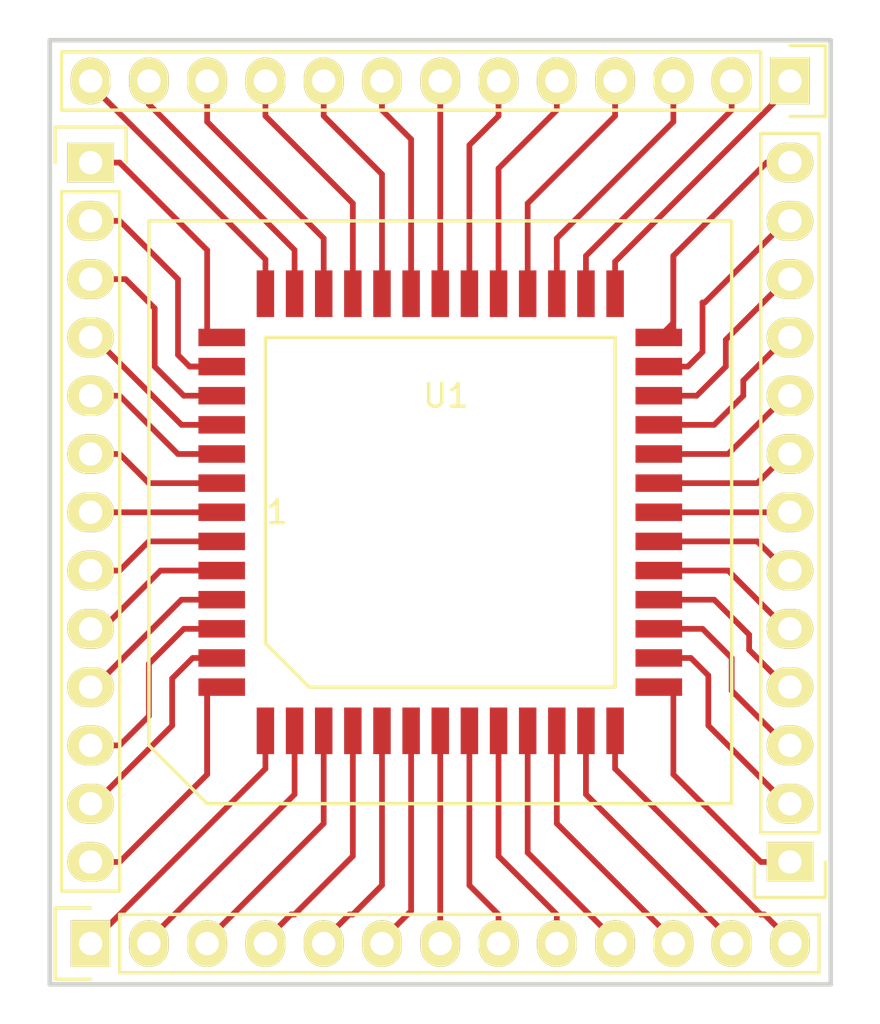
<source format=kicad_pcb>
(kicad_pcb (version 20171130) (host pcbnew 5.0-dev-unknown-dd04bcb~61~ubuntu16.04.1)

  (general
    (thickness 1.6)
    (drawings 4)
    (tracks 193)
    (zones 0)
    (modules 5)
    (nets 53)
  )

  (page A4)
  (layers
    (0 F.Cu signal)
    (31 B.Cu signal)
    (32 B.Adhes user)
    (33 F.Adhes user)
    (34 B.Paste user)
    (35 F.Paste user)
    (36 B.SilkS user)
    (37 F.SilkS user)
    (38 B.Mask user)
    (39 F.Mask user)
    (40 Dwgs.User user)
    (41 Cmts.User user)
    (42 Eco1.User user)
    (43 Eco2.User user)
    (44 Edge.Cuts user)
    (45 Margin user)
    (46 B.CrtYd user)
    (47 F.CrtYd user)
    (48 B.Fab user)
    (49 F.Fab user)
  )

  (setup
    (last_trace_width 0.25)
    (trace_clearance 0.2)
    (zone_clearance 0.508)
    (zone_45_only no)
    (trace_min 0.2)
    (segment_width 0.2)
    (edge_width 0.15)
    (via_size 0.8)
    (via_drill 0.4)
    (via_min_size 0.4)
    (via_min_drill 0.3)
    (uvia_size 0.3)
    (uvia_drill 0.1)
    (uvias_allowed no)
    (uvia_min_size 0.2)
    (uvia_min_drill 0.1)
    (pcb_text_width 0.3)
    (pcb_text_size 1.5 1.5)
    (mod_edge_width 0.15)
    (mod_text_size 1 1)
    (mod_text_width 0.15)
    (pad_size 1.524 1.524)
    (pad_drill 0.762)
    (pad_to_mask_clearance 0.2)
    (aux_axis_origin 0 0)
    (visible_elements FFFFFF7F)
    (pcbplotparams
      (layerselection 0x010fc_ffffffff)
      (usegerberextensions false)
      (usegerberattributes false)
      (usegerberadvancedattributes false)
      (creategerberjobfile false)
      (excludeedgelayer true)
      (linewidth 0.050000)
      (plotframeref false)
      (viasonmask false)
      (mode 1)
      (useauxorigin false)
      (hpglpennumber 1)
      (hpglpenspeed 20)
      (hpglpendiameter 15)
      (psnegative false)
      (psa4output false)
      (plotreference true)
      (plotvalue true)
      (plotinvisibletext false)
      (padsonsilk false)
      (subtractmaskfromsilk false)
      (outputformat 1)
      (mirror false)
      (drillshape 0)
      (scaleselection 1)
      (outputdirectory /home/nail/tmp/plot/))
  )

  (net 0 "")
  (net 1 /1)
  (net 2 /2)
  (net 3 /3)
  (net 4 /4)
  (net 5 /5)
  (net 6 /6)
  (net 7 /7)
  (net 8 /8)
  (net 9 /9)
  (net 10 /10)
  (net 11 /11)
  (net 12 /12)
  (net 13 /13)
  (net 14 /14)
  (net 15 /15)
  (net 16 /16)
  (net 17 /17)
  (net 18 /18)
  (net 19 /19)
  (net 20 /20)
  (net 21 /21)
  (net 22 /22)
  (net 23 /23)
  (net 24 /24)
  (net 25 /25)
  (net 26 /26)
  (net 27 /27)
  (net 28 /28)
  (net 29 /29)
  (net 30 /30)
  (net 31 /31)
  (net 32 /32)
  (net 33 /33)
  (net 34 /34)
  (net 35 /35)
  (net 36 /36)
  (net 37 /37)
  (net 38 /38)
  (net 39 /39)
  (net 40 /40)
  (net 41 /41)
  (net 42 /42)
  (net 43 /43)
  (net 44 /44)
  (net 45 /45)
  (net 46 /46)
  (net 47 /47)
  (net 48 /48)
  (net 49 /49)
  (net 50 /50)
  (net 51 /51)
  (net 52 /52)

  (net_class Default "This is the default net class."
    (clearance 0.2)
    (trace_width 0.25)
    (via_dia 0.8)
    (via_drill 0.4)
    (uvia_dia 0.3)
    (uvia_drill 0.1)
    (add_net /1)
    (add_net /10)
    (add_net /11)
    (add_net /12)
    (add_net /13)
    (add_net /14)
    (add_net /15)
    (add_net /16)
    (add_net /17)
    (add_net /18)
    (add_net /19)
    (add_net /2)
    (add_net /20)
    (add_net /21)
    (add_net /22)
    (add_net /23)
    (add_net /24)
    (add_net /25)
    (add_net /26)
    (add_net /27)
    (add_net /28)
    (add_net /29)
    (add_net /3)
    (add_net /30)
    (add_net /31)
    (add_net /32)
    (add_net /33)
    (add_net /34)
    (add_net /35)
    (add_net /36)
    (add_net /37)
    (add_net /38)
    (add_net /39)
    (add_net /4)
    (add_net /40)
    (add_net /41)
    (add_net /42)
    (add_net /43)
    (add_net /44)
    (add_net /45)
    (add_net /46)
    (add_net /47)
    (add_net /48)
    (add_net /49)
    (add_net /5)
    (add_net /50)
    (add_net /51)
    (add_net /52)
    (add_net /6)
    (add_net /7)
    (add_net /8)
    (add_net /9)
  )

  (module Pin_Headers.pretty:Pin_Header_Straight_1x13 (layer F.Cu) (tedit 5A8EC219) (tstamp 5A904C90)
    (at 93.98 91.44)
    (descr "Through hole pin header")
    (tags "pin header")
    (path /5A9AB5EF)
    (fp_text reference CON1 (at 0 -5.1) (layer F.SilkS) hide
      (effects (font (size 1 1) (thickness 0.15)))
    )
    (fp_text value CONN_13 (at 0 -3.1) (layer F.Fab)
      (effects (font (size 1 1) (thickness 0.15)))
    )
    (fp_line (start -1.75 -1.75) (end -1.75 32.25) (layer F.CrtYd) (width 0.05))
    (fp_line (start 1.75 -1.75) (end 1.75 32.25) (layer F.CrtYd) (width 0.05))
    (fp_line (start -1.75 -1.75) (end 1.75 -1.75) (layer F.CrtYd) (width 0.05))
    (fp_line (start -1.75 32.25) (end 1.75 32.25) (layer F.CrtYd) (width 0.05))
    (fp_line (start -1.27 1.27) (end -1.27 31.75) (layer F.SilkS) (width 0.15))
    (fp_line (start -1.27 31.75) (end 1.27 31.75) (layer F.SilkS) (width 0.15))
    (fp_line (start 1.27 31.75) (end 1.27 1.27) (layer F.SilkS) (width 0.15))
    (fp_line (start 1.55 -1.55) (end 1.55 0) (layer F.SilkS) (width 0.15))
    (fp_line (start 1.27 1.27) (end -1.27 1.27) (layer F.SilkS) (width 0.15))
    (fp_line (start -1.55 0) (end -1.55 -1.55) (layer F.SilkS) (width 0.15))
    (fp_line (start -1.55 -1.55) (end 1.55 -1.55) (layer F.SilkS) (width 0.15))
    (pad 1 thru_hole rect (at 0 0) (size 2.032 1.7272) (drill 1.016) (layers *.Cu *.Mask F.SilkS)
      (net 47 /47))
    (pad 2 thru_hole oval (at 0 2.54) (size 2.032 1.7272) (drill 1.016) (layers *.Cu *.Mask F.SilkS)
      (net 48 /48))
    (pad 3 thru_hole oval (at 0 5.08) (size 2.032 1.7272) (drill 1.016) (layers *.Cu *.Mask F.SilkS)
      (net 49 /49))
    (pad 4 thru_hole oval (at 0 7.62) (size 2.032 1.7272) (drill 1.016) (layers *.Cu *.Mask F.SilkS)
      (net 50 /50))
    (pad 5 thru_hole oval (at 0 10.16) (size 2.032 1.7272) (drill 1.016) (layers *.Cu *.Mask F.SilkS)
      (net 51 /51))
    (pad 6 thru_hole oval (at 0 12.7) (size 2.032 1.7272) (drill 1.016) (layers *.Cu *.Mask F.SilkS)
      (net 52 /52))
    (pad 7 thru_hole oval (at 0 15.24) (size 2.032 1.7272) (drill 1.016) (layers *.Cu *.Mask F.SilkS)
      (net 1 /1))
    (pad 8 thru_hole oval (at 0 17.78) (size 2.032 1.7272) (drill 1.016) (layers *.Cu *.Mask F.SilkS)
      (net 2 /2))
    (pad 9 thru_hole oval (at 0 20.32) (size 2.032 1.7272) (drill 1.016) (layers *.Cu *.Mask F.SilkS)
      (net 3 /3))
    (pad 10 thru_hole oval (at 0 22.86) (size 2.032 1.7272) (drill 1.016) (layers *.Cu *.Mask F.SilkS)
      (net 4 /4))
    (pad 11 thru_hole oval (at 0 25.4) (size 2.032 1.7272) (drill 1.016) (layers *.Cu *.Mask F.SilkS)
      (net 5 /5))
    (pad 12 thru_hole oval (at 0 27.94) (size 2.032 1.7272) (drill 1.016) (layers *.Cu *.Mask F.SilkS)
      (net 6 /6))
    (pad 13 thru_hole oval (at 0 30.48) (size 2.032 1.7272) (drill 1.016) (layers *.Cu *.Mask F.SilkS)
      (net 7 /7))
    (model Pin_Headers.3dshapes/Pin_Header_Straight_1x13.wrl
      (offset (xyz 0 -15.23999977111816 0))
      (scale (xyz 1 1 1))
      (rotate (xyz 0 0 90))
    )
  )

  (module Pin_Headers.pretty:Pin_Header_Straight_1x13 (layer F.Cu) (tedit 5A8EC227) (tstamp 5A9048B8)
    (at 93.98 125.476 90)
    (descr "Through hole pin header")
    (tags "pin header")
    (path /5A9AB643)
    (fp_text reference CON2 (at 0 -5.1 90) (layer F.SilkS) hide
      (effects (font (size 1 1) (thickness 0.15)))
    )
    (fp_text value CONN_13 (at 0 -3.1 90) (layer F.Fab)
      (effects (font (size 1 1) (thickness 0.15)))
    )
    (fp_line (start -1.55 -1.55) (end 1.55 -1.55) (layer F.SilkS) (width 0.15))
    (fp_line (start -1.55 0) (end -1.55 -1.55) (layer F.SilkS) (width 0.15))
    (fp_line (start 1.27 1.27) (end -1.27 1.27) (layer F.SilkS) (width 0.15))
    (fp_line (start 1.55 -1.55) (end 1.55 0) (layer F.SilkS) (width 0.15))
    (fp_line (start 1.27 31.75) (end 1.27 1.27) (layer F.SilkS) (width 0.15))
    (fp_line (start -1.27 31.75) (end 1.27 31.75) (layer F.SilkS) (width 0.15))
    (fp_line (start -1.27 1.27) (end -1.27 31.75) (layer F.SilkS) (width 0.15))
    (fp_line (start -1.75 32.25) (end 1.75 32.25) (layer F.CrtYd) (width 0.05))
    (fp_line (start -1.75 -1.75) (end 1.75 -1.75) (layer F.CrtYd) (width 0.05))
    (fp_line (start 1.75 -1.75) (end 1.75 32.25) (layer F.CrtYd) (width 0.05))
    (fp_line (start -1.75 -1.75) (end -1.75 32.25) (layer F.CrtYd) (width 0.05))
    (pad 13 thru_hole oval (at 0 30.48 90) (size 2.032 1.7272) (drill 1.016) (layers *.Cu *.Mask F.SilkS)
      (net 20 /20))
    (pad 12 thru_hole oval (at 0 27.94 90) (size 2.032 1.7272) (drill 1.016) (layers *.Cu *.Mask F.SilkS)
      (net 19 /19))
    (pad 11 thru_hole oval (at 0 25.4 90) (size 2.032 1.7272) (drill 1.016) (layers *.Cu *.Mask F.SilkS)
      (net 18 /18))
    (pad 10 thru_hole oval (at 0 22.86 90) (size 2.032 1.7272) (drill 1.016) (layers *.Cu *.Mask F.SilkS)
      (net 17 /17))
    (pad 9 thru_hole oval (at 0 20.32 90) (size 2.032 1.7272) (drill 1.016) (layers *.Cu *.Mask F.SilkS)
      (net 16 /16))
    (pad 8 thru_hole oval (at 0 17.78 90) (size 2.032 1.7272) (drill 1.016) (layers *.Cu *.Mask F.SilkS)
      (net 15 /15))
    (pad 7 thru_hole oval (at 0 15.24 90) (size 2.032 1.7272) (drill 1.016) (layers *.Cu *.Mask F.SilkS)
      (net 14 /14))
    (pad 6 thru_hole oval (at 0 12.7 90) (size 2.032 1.7272) (drill 1.016) (layers *.Cu *.Mask F.SilkS)
      (net 13 /13))
    (pad 5 thru_hole oval (at 0 10.16 90) (size 2.032 1.7272) (drill 1.016) (layers *.Cu *.Mask F.SilkS)
      (net 12 /12))
    (pad 4 thru_hole oval (at 0 7.62 90) (size 2.032 1.7272) (drill 1.016) (layers *.Cu *.Mask F.SilkS)
      (net 11 /11))
    (pad 3 thru_hole oval (at 0 5.08 90) (size 2.032 1.7272) (drill 1.016) (layers *.Cu *.Mask F.SilkS)
      (net 10 /10))
    (pad 2 thru_hole oval (at 0 2.54 90) (size 2.032 1.7272) (drill 1.016) (layers *.Cu *.Mask F.SilkS)
      (net 9 /9))
    (pad 1 thru_hole rect (at 0 0 90) (size 2.032 1.7272) (drill 1.016) (layers *.Cu *.Mask F.SilkS)
      (net 8 /8))
    (model Pin_Headers.3dshapes/Pin_Header_Straight_1x13.wrl
      (offset (xyz 0 -15.23999977111816 0))
      (scale (xyz 1 1 1))
      (rotate (xyz 0 0 90))
    )
  )

  (module Pin_Headers.pretty:Pin_Header_Straight_1x13 (layer F.Cu) (tedit 5A8EC224) (tstamp 5A9048D4)
    (at 124.46 121.92 180)
    (descr "Through hole pin header")
    (tags "pin header")
    (path /5A9AB87C)
    (fp_text reference CON3 (at 0 -5.1 180) (layer F.SilkS) hide
      (effects (font (size 1 1) (thickness 0.15)))
    )
    (fp_text value CONN_13 (at 0 -3.1 180) (layer F.Fab)
      (effects (font (size 1 1) (thickness 0.15)))
    )
    (fp_line (start -1.75 -1.75) (end -1.75 32.25) (layer F.CrtYd) (width 0.05))
    (fp_line (start 1.75 -1.75) (end 1.75 32.25) (layer F.CrtYd) (width 0.05))
    (fp_line (start -1.75 -1.75) (end 1.75 -1.75) (layer F.CrtYd) (width 0.05))
    (fp_line (start -1.75 32.25) (end 1.75 32.25) (layer F.CrtYd) (width 0.05))
    (fp_line (start -1.27 1.27) (end -1.27 31.75) (layer F.SilkS) (width 0.15))
    (fp_line (start -1.27 31.75) (end 1.27 31.75) (layer F.SilkS) (width 0.15))
    (fp_line (start 1.27 31.75) (end 1.27 1.27) (layer F.SilkS) (width 0.15))
    (fp_line (start 1.55 -1.55) (end 1.55 0) (layer F.SilkS) (width 0.15))
    (fp_line (start 1.27 1.27) (end -1.27 1.27) (layer F.SilkS) (width 0.15))
    (fp_line (start -1.55 0) (end -1.55 -1.55) (layer F.SilkS) (width 0.15))
    (fp_line (start -1.55 -1.55) (end 1.55 -1.55) (layer F.SilkS) (width 0.15))
    (pad 1 thru_hole rect (at 0 0 180) (size 2.032 1.7272) (drill 1.016) (layers *.Cu *.Mask F.SilkS)
      (net 21 /21))
    (pad 2 thru_hole oval (at 0 2.54 180) (size 2.032 1.7272) (drill 1.016) (layers *.Cu *.Mask F.SilkS)
      (net 22 /22))
    (pad 3 thru_hole oval (at 0 5.08 180) (size 2.032 1.7272) (drill 1.016) (layers *.Cu *.Mask F.SilkS)
      (net 23 /23))
    (pad 4 thru_hole oval (at 0 7.62 180) (size 2.032 1.7272) (drill 1.016) (layers *.Cu *.Mask F.SilkS)
      (net 24 /24))
    (pad 5 thru_hole oval (at 0 10.16 180) (size 2.032 1.7272) (drill 1.016) (layers *.Cu *.Mask F.SilkS)
      (net 25 /25))
    (pad 6 thru_hole oval (at 0 12.7 180) (size 2.032 1.7272) (drill 1.016) (layers *.Cu *.Mask F.SilkS)
      (net 26 /26))
    (pad 7 thru_hole oval (at 0 15.24 180) (size 2.032 1.7272) (drill 1.016) (layers *.Cu *.Mask F.SilkS)
      (net 27 /27))
    (pad 8 thru_hole oval (at 0 17.78 180) (size 2.032 1.7272) (drill 1.016) (layers *.Cu *.Mask F.SilkS)
      (net 28 /28))
    (pad 9 thru_hole oval (at 0 20.32 180) (size 2.032 1.7272) (drill 1.016) (layers *.Cu *.Mask F.SilkS)
      (net 29 /29))
    (pad 10 thru_hole oval (at 0 22.86 180) (size 2.032 1.7272) (drill 1.016) (layers *.Cu *.Mask F.SilkS)
      (net 30 /30))
    (pad 11 thru_hole oval (at 0 25.4 180) (size 2.032 1.7272) (drill 1.016) (layers *.Cu *.Mask F.SilkS)
      (net 31 /31))
    (pad 12 thru_hole oval (at 0 27.94 180) (size 2.032 1.7272) (drill 1.016) (layers *.Cu *.Mask F.SilkS)
      (net 32 /32))
    (pad 13 thru_hole oval (at 0 30.48 180) (size 2.032 1.7272) (drill 1.016) (layers *.Cu *.Mask F.SilkS)
      (net 33 /33))
    (model Pin_Headers.3dshapes/Pin_Header_Straight_1x13.wrl
      (offset (xyz 0 -15.23999977111816 0))
      (scale (xyz 1 1 1))
      (rotate (xyz 0 0 90))
    )
  )

  (module Pin_Headers.pretty:Pin_Header_Straight_1x13 (layer F.Cu) (tedit 5A8EC220) (tstamp 5A9048F0)
    (at 124.46 87.884 270)
    (descr "Through hole pin header")
    (tags "pin header")
    (path /5A9AB883)
    (fp_text reference CON4 (at 0 -5.1 270) (layer F.SilkS) hide
      (effects (font (size 1 1) (thickness 0.15)))
    )
    (fp_text value CONN_13 (at 0 -3.1 270) (layer F.Fab)
      (effects (font (size 1 1) (thickness 0.15)))
    )
    (fp_line (start -1.55 -1.55) (end 1.55 -1.55) (layer F.SilkS) (width 0.15))
    (fp_line (start -1.55 0) (end -1.55 -1.55) (layer F.SilkS) (width 0.15))
    (fp_line (start 1.27 1.27) (end -1.27 1.27) (layer F.SilkS) (width 0.15))
    (fp_line (start 1.55 -1.55) (end 1.55 0) (layer F.SilkS) (width 0.15))
    (fp_line (start 1.27 31.75) (end 1.27 1.27) (layer F.SilkS) (width 0.15))
    (fp_line (start -1.27 31.75) (end 1.27 31.75) (layer F.SilkS) (width 0.15))
    (fp_line (start -1.27 1.27) (end -1.27 31.75) (layer F.SilkS) (width 0.15))
    (fp_line (start -1.75 32.25) (end 1.75 32.25) (layer F.CrtYd) (width 0.05))
    (fp_line (start -1.75 -1.75) (end 1.75 -1.75) (layer F.CrtYd) (width 0.05))
    (fp_line (start 1.75 -1.75) (end 1.75 32.25) (layer F.CrtYd) (width 0.05))
    (fp_line (start -1.75 -1.75) (end -1.75 32.25) (layer F.CrtYd) (width 0.05))
    (pad 13 thru_hole oval (at 0 30.48 270) (size 2.032 1.7272) (drill 1.016) (layers *.Cu *.Mask F.SilkS)
      (net 46 /46))
    (pad 12 thru_hole oval (at 0 27.94 270) (size 2.032 1.7272) (drill 1.016) (layers *.Cu *.Mask F.SilkS)
      (net 45 /45))
    (pad 11 thru_hole oval (at 0 25.4 270) (size 2.032 1.7272) (drill 1.016) (layers *.Cu *.Mask F.SilkS)
      (net 44 /44))
    (pad 10 thru_hole oval (at 0 22.86 270) (size 2.032 1.7272) (drill 1.016) (layers *.Cu *.Mask F.SilkS)
      (net 43 /43))
    (pad 9 thru_hole oval (at 0 20.32 270) (size 2.032 1.7272) (drill 1.016) (layers *.Cu *.Mask F.SilkS)
      (net 42 /42))
    (pad 8 thru_hole oval (at 0 17.78 270) (size 2.032 1.7272) (drill 1.016) (layers *.Cu *.Mask F.SilkS)
      (net 41 /41))
    (pad 7 thru_hole oval (at 0 15.24 270) (size 2.032 1.7272) (drill 1.016) (layers *.Cu *.Mask F.SilkS)
      (net 40 /40))
    (pad 6 thru_hole oval (at 0 12.7 270) (size 2.032 1.7272) (drill 1.016) (layers *.Cu *.Mask F.SilkS)
      (net 39 /39))
    (pad 5 thru_hole oval (at 0 10.16 270) (size 2.032 1.7272) (drill 1.016) (layers *.Cu *.Mask F.SilkS)
      (net 38 /38))
    (pad 4 thru_hole oval (at 0 7.62 270) (size 2.032 1.7272) (drill 1.016) (layers *.Cu *.Mask F.SilkS)
      (net 37 /37))
    (pad 3 thru_hole oval (at 0 5.08 270) (size 2.032 1.7272) (drill 1.016) (layers *.Cu *.Mask F.SilkS)
      (net 36 /36))
    (pad 2 thru_hole oval (at 0 2.54 270) (size 2.032 1.7272) (drill 1.016) (layers *.Cu *.Mask F.SilkS)
      (net 35 /35))
    (pad 1 thru_hole rect (at 0 0 270) (size 2.032 1.7272) (drill 1.016) (layers *.Cu *.Mask F.SilkS)
      (net 34 /34))
    (model Pin_Headers.3dshapes/Pin_Header_Straight_1x13.wrl
      (offset (xyz 0 -15.23999977111816 0))
      (scale (xyz 1 1 1))
      (rotate (xyz 0 0 90))
    )
  )

  (module SMD_Packages.pretty:PLCC-52 (layer F.Cu) (tedit 0) (tstamp 5A8EEBB4)
    (at 109.22 106.68)
    (descr "Support CMS Plcc 52 pins")
    (tags "CMS PLCC")
    (path /5A8FB6FA)
    (attr smd)
    (fp_text reference U1 (at 0.254 -5.08) (layer F.SilkS)
      (effects (font (size 1 1) (thickness 0.15)))
    )
    (fp_text value 68HC05_PLCC (at 0.508 4.572 90) (layer F.Fab)
      (effects (font (size 1 1) (thickness 0.15)))
    )
    (fp_line (start -7.62 -7.62) (end 7.62 -7.62) (layer F.SilkS) (width 0.15))
    (fp_line (start 7.62 -7.62) (end 7.62 7.62) (layer F.SilkS) (width 0.15))
    (fp_line (start 7.62 7.62) (end -5.715 7.62) (layer F.SilkS) (width 0.15))
    (fp_line (start -5.715 7.62) (end -7.62 5.715) (layer F.SilkS) (width 0.15))
    (fp_line (start -7.62 5.715) (end -7.62 -7.62) (layer F.SilkS) (width 0.15))
    (fp_text user 1 (at -7.112 0) (layer F.SilkS)
      (effects (font (size 1 1) (thickness 0.15)))
    )
    (fp_line (start -12.7 -12.7) (end 12.7 -12.7) (layer F.SilkS) (width 0.15))
    (fp_line (start 12.7 -12.7) (end 12.7 12.7) (layer F.SilkS) (width 0.15))
    (fp_line (start -10.16 12.7) (end -12.7 10.16) (layer F.SilkS) (width 0.15))
    (fp_line (start -10.16 12.7) (end 12.7 12.7) (layer F.SilkS) (width 0.15))
    (fp_line (start -12.7 10.16) (end -12.7 -12.7) (layer F.SilkS) (width 0.15))
    (pad 1 smd rect (at -9.525 0) (size 2.032 0.762) (layers F.Cu F.Paste F.Mask)
      (net 1 /1))
    (pad 2 smd rect (at -9.525 1.27) (size 2.032 0.762) (layers F.Cu F.Paste F.Mask)
      (net 2 /2))
    (pad 3 smd rect (at -9.525 2.54) (size 2.032 0.762) (layers F.Cu F.Paste F.Mask)
      (net 3 /3))
    (pad 4 smd rect (at -9.525 3.81) (size 2.032 0.762) (layers F.Cu F.Paste F.Mask)
      (net 4 /4))
    (pad 5 smd rect (at -9.525 5.08) (size 2.032 0.762) (layers F.Cu F.Paste F.Mask)
      (net 5 /5))
    (pad 6 smd rect (at -9.525 6.35) (size 2.032 0.762) (layers F.Cu F.Paste F.Mask)
      (net 6 /6))
    (pad 7 smd rect (at -9.525 7.62) (size 2.032 0.762) (layers F.Cu F.Paste F.Mask)
      (net 7 /7))
    (pad 8 smd rect (at -7.62 9.525) (size 0.762 2.032) (layers F.Cu F.Paste F.Mask)
      (net 8 /8))
    (pad 9 smd rect (at -6.35 9.525) (size 0.762 2.032) (layers F.Cu F.Paste F.Mask)
      (net 9 /9))
    (pad 10 smd rect (at -5.08 9.525) (size 0.762 2.032) (layers F.Cu F.Paste F.Mask)
      (net 10 /10))
    (pad 11 smd rect (at -3.81 9.525) (size 0.762 2.032) (layers F.Cu F.Paste F.Mask)
      (net 11 /11))
    (pad 12 smd rect (at -2.54 9.525) (size 0.762 2.032) (layers F.Cu F.Paste F.Mask)
      (net 12 /12))
    (pad 13 smd rect (at -1.27 9.525) (size 0.762 2.032) (layers F.Cu F.Paste F.Mask)
      (net 13 /13))
    (pad 14 smd rect (at 0 9.525) (size 0.762 2.032) (layers F.Cu F.Paste F.Mask)
      (net 14 /14))
    (pad 15 smd rect (at 1.27 9.525) (size 0.762 2.032) (layers F.Cu F.Paste F.Mask)
      (net 15 /15))
    (pad 16 smd rect (at 2.54 9.525) (size 0.762 2.032) (layers F.Cu F.Paste F.Mask)
      (net 16 /16))
    (pad 17 smd rect (at 3.81 9.525) (size 0.762 2.032) (layers F.Cu F.Paste F.Mask)
      (net 17 /17))
    (pad 18 smd rect (at 5.08 9.525) (size 0.762 2.032) (layers F.Cu F.Paste F.Mask)
      (net 18 /18))
    (pad 19 smd rect (at 6.35 9.525) (size 0.762 2.032) (layers F.Cu F.Paste F.Mask)
      (net 19 /19))
    (pad 20 smd rect (at 7.62 9.525) (size 0.762 2.032) (layers F.Cu F.Paste F.Mask)
      (net 20 /20))
    (pad 21 smd rect (at 9.525 7.62) (size 2.032 0.762) (layers F.Cu F.Paste F.Mask)
      (net 21 /21))
    (pad 22 smd rect (at 9.525 6.35) (size 2.032 0.762) (layers F.Cu F.Paste F.Mask)
      (net 22 /22))
    (pad 23 smd rect (at 9.525 5.08) (size 2.032 0.762) (layers F.Cu F.Paste F.Mask)
      (net 23 /23))
    (pad 24 smd rect (at 9.525 3.81) (size 2.032 0.762) (layers F.Cu F.Paste F.Mask)
      (net 24 /24))
    (pad 25 smd rect (at 9.525 2.54) (size 2.032 0.762) (layers F.Cu F.Paste F.Mask)
      (net 25 /25))
    (pad 26 smd rect (at 9.525 1.27) (size 2.032 0.762) (layers F.Cu F.Paste F.Mask)
      (net 26 /26))
    (pad 27 smd rect (at 9.525 0) (size 2.032 0.762) (layers F.Cu F.Paste F.Mask)
      (net 27 /27))
    (pad 28 smd rect (at 9.525 -1.27) (size 2.032 0.762) (layers F.Cu F.Paste F.Mask)
      (net 28 /28))
    (pad 29 smd rect (at 9.525 -2.54) (size 2.032 0.762) (layers F.Cu F.Paste F.Mask)
      (net 29 /29))
    (pad 30 smd rect (at 9.525 -3.81) (size 2.032 0.762) (layers F.Cu F.Paste F.Mask)
      (net 30 /30))
    (pad 31 smd rect (at 9.525 -5.08) (size 2.032 0.762) (layers F.Cu F.Paste F.Mask)
      (net 31 /31))
    (pad 32 smd rect (at 9.525 -6.35) (size 2.032 0.762) (layers F.Cu F.Paste F.Mask)
      (net 32 /32))
    (pad 33 smd rect (at 9.525 -7.62) (size 2.032 0.762) (layers F.Cu F.Paste F.Mask)
      (net 33 /33))
    (pad 34 smd rect (at 7.62 -9.525) (size 0.762 2.032) (layers F.Cu F.Paste F.Mask)
      (net 34 /34))
    (pad 35 smd rect (at 6.35 -9.525) (size 0.762 2.032) (layers F.Cu F.Paste F.Mask)
      (net 35 /35))
    (pad 36 smd rect (at 5.08 -9.525) (size 0.762 2.032) (layers F.Cu F.Paste F.Mask)
      (net 36 /36))
    (pad 37 smd rect (at 3.81 -9.525) (size 0.762 2.032) (layers F.Cu F.Paste F.Mask)
      (net 37 /37))
    (pad 38 smd rect (at 2.54 -9.525) (size 0.762 2.032) (layers F.Cu F.Paste F.Mask)
      (net 38 /38))
    (pad 39 smd rect (at 1.27 -9.525) (size 0.762 2.032) (layers F.Cu F.Paste F.Mask)
      (net 39 /39))
    (pad 40 smd rect (at 0 -9.525) (size 0.762 2.032) (layers F.Cu F.Paste F.Mask)
      (net 40 /40))
    (pad 41 smd rect (at -1.27 -9.525) (size 0.762 2.032) (layers F.Cu F.Paste F.Mask)
      (net 41 /41))
    (pad 42 smd rect (at -2.54 -9.525) (size 0.762 2.032) (layers F.Cu F.Paste F.Mask)
      (net 42 /42))
    (pad 43 smd rect (at -3.81 -9.525) (size 0.762 2.032) (layers F.Cu F.Paste F.Mask)
      (net 43 /43))
    (pad 44 smd rect (at -5.08 -9.525) (size 0.762 2.032) (layers F.Cu F.Paste F.Mask)
      (net 44 /44))
    (pad 45 smd rect (at -6.35 -9.525) (size 0.762 2.032) (layers F.Cu F.Paste F.Mask)
      (net 45 /45))
    (pad 46 smd rect (at -7.62 -9.525) (size 0.762 2.032) (layers F.Cu F.Paste F.Mask)
      (net 46 /46))
    (pad 47 smd rect (at -9.525 -7.62) (size 2.032 0.762) (layers F.Cu F.Paste F.Mask)
      (net 47 /47))
    (pad 48 smd rect (at -9.525 -6.35) (size 2.032 0.762) (layers F.Cu F.Paste F.Mask)
      (net 48 /48))
    (pad 49 smd rect (at -9.525 -5.08) (size 2.032 0.762) (layers F.Cu F.Paste F.Mask)
      (net 49 /49))
    (pad 50 smd rect (at -9.525 -3.81) (size 2.032 0.762) (layers F.Cu F.Paste F.Mask)
      (net 50 /50))
    (pad 51 smd rect (at -9.525 -2.54) (size 2.032 0.762) (layers F.Cu F.Paste F.Mask)
      (net 51 /51))
    (pad 52 smd rect (at -9.525 -1.27) (size 2.032 0.762) (layers F.Cu F.Paste F.Mask)
      (net 52 /52))
  )

  (gr_line (start 92.202 127.254) (end 92.202 86.106) (layer Edge.Cuts) (width 0.2))
  (gr_line (start 126.238 127.254) (end 92.202 127.254) (layer Edge.Cuts) (width 0.2))
  (gr_line (start 126.238 86.106) (end 126.238 127.254) (layer Edge.Cuts) (width 0.2))
  (gr_line (start 92.202 86.106) (end 126.238 86.106) (layer Edge.Cuts) (width 0.2))

  (segment (start 99.695 106.68) (end 98.429 106.68) (width 0.25) (layer F.Cu) (net 1))
  (segment (start 98.429 106.68) (end 93.98 106.68) (width 0.25) (layer F.Cu) (net 1))
  (segment (start 93.98 109.22) (end 95.246 109.22) (width 0.25) (layer F.Cu) (net 2))
  (segment (start 95.246 109.22) (end 96.516 107.95) (width 0.25) (layer F.Cu) (net 2))
  (segment (start 96.516 107.95) (end 100.33 107.95) (width 0.25) (layer F.Cu) (net 2))
  (segment (start 93.98 111.76) (end 94.488 111.76) (width 0.25) (layer F.Cu) (net 3))
  (segment (start 94.488 111.76) (end 97.028 109.22) (width 0.25) (layer F.Cu) (net 3))
  (segment (start 98.429 109.22) (end 99.695 109.22) (width 0.25) (layer F.Cu) (net 3))
  (segment (start 97.028 109.22) (end 98.429 109.22) (width 0.25) (layer F.Cu) (net 3))
  (segment (start 93.98 114.3) (end 94.1324 114.3) (width 0.25) (layer F.Cu) (net 4))
  (segment (start 94.1324 114.3) (end 97.9424 110.49) (width 0.25) (layer F.Cu) (net 4))
  (segment (start 97.9424 110.49) (end 100.33 110.49) (width 0.25) (layer F.Cu) (net 4))
  (segment (start 96.52 113.284) (end 96.52 115.566) (width 0.25) (layer F.Cu) (net 5))
  (segment (start 98.044 111.76) (end 96.52 113.284) (width 0.25) (layer F.Cu) (net 5))
  (segment (start 96.52 115.566) (end 95.246 116.84) (width 0.25) (layer F.Cu) (net 5))
  (segment (start 99.695 111.76) (end 98.044 111.76) (width 0.25) (layer F.Cu) (net 5))
  (segment (start 95.246 116.84) (end 93.98 116.84) (width 0.25) (layer F.Cu) (net 5))
  (segment (start 97.536 115.9764) (end 97.536 113.923) (width 0.25) (layer F.Cu) (net 6))
  (segment (start 93.98 119.38) (end 94.1324 119.38) (width 0.25) (layer F.Cu) (net 6))
  (segment (start 94.1324 119.38) (end 97.536 115.9764) (width 0.25) (layer F.Cu) (net 6))
  (segment (start 97.536 113.923) (end 98.429 113.03) (width 0.25) (layer F.Cu) (net 6))
  (segment (start 98.429 113.03) (end 100.33 113.03) (width 0.25) (layer F.Cu) (net 6))
  (segment (start 99.06 118.106) (end 99.06 114.554) (width 0.25) (layer F.Cu) (net 7))
  (segment (start 99.06 114.554) (end 99.314 114.3) (width 0.25) (layer F.Cu) (net 7))
  (segment (start 99.314 114.3) (end 99.695 114.3) (width 0.25) (layer F.Cu) (net 7))
  (segment (start 95.246 121.92) (end 98.552 118.614) (width 0.25) (layer F.Cu) (net 7))
  (segment (start 99.06 114.3) (end 99.06 118.106) (width 0.25) (layer F.Cu) (net 7))
  (segment (start 99.06 118.106) (end 98.552 118.614) (width 0.25) (layer F.Cu) (net 7))
  (segment (start 93.98 121.92) (end 95.246 121.92) (width 0.25) (layer F.Cu) (net 7))
  (segment (start 93.98 125.476) (end 101.6 117.856) (width 0.25) (layer F.Cu) (net 8))
  (segment (start 101.6 117.856) (end 101.6 116.205) (width 0.25) (layer F.Cu) (net 8))
  (segment (start 102.87 115.57) (end 102.87 118.9736) (width 0.25) (layer F.Cu) (net 9))
  (segment (start 96.52 125.3236) (end 96.52 125.476) (width 0.25) (layer F.Cu) (net 9))
  (segment (start 102.87 118.9736) (end 96.52 125.3236) (width 0.25) (layer F.Cu) (net 9))
  (segment (start 99.06 125.476) (end 99.06 125.3236) (width 0.25) (layer F.Cu) (net 10))
  (segment (start 99.06 125.3236) (end 104.14 120.2436) (width 0.25) (layer F.Cu) (net 10))
  (segment (start 104.14 120.2436) (end 104.14 117.471) (width 0.25) (layer F.Cu) (net 10))
  (segment (start 104.14 117.471) (end 104.14 116.205) (width 0.25) (layer F.Cu) (net 10))
  (segment (start 105.41 121.666) (end 102.866 124.21) (width 0.25) (layer F.Cu) (net 11))
  (segment (start 102.866 124.21) (end 102.7136 124.21) (width 0.25) (layer F.Cu) (net 11))
  (segment (start 105.41 115.57) (end 105.41 121.666) (width 0.25) (layer F.Cu) (net 11))
  (segment (start 102.7136 124.21) (end 101.6 125.3236) (width 0.25) (layer F.Cu) (net 11))
  (segment (start 101.6 125.3236) (end 101.6 125.476) (width 0.25) (layer F.Cu) (net 11))
  (segment (start 106.68 116.205) (end 106.68 122.936) (width 0.25) (layer F.Cu) (net 12))
  (segment (start 106.68 122.936) (end 105.406 124.21) (width 0.25) (layer F.Cu) (net 12))
  (segment (start 105.406 124.21) (end 105.2536 124.21) (width 0.25) (layer F.Cu) (net 12))
  (segment (start 105.2536 124.21) (end 104.14 125.3236) (width 0.25) (layer F.Cu) (net 12))
  (segment (start 104.14 125.3236) (end 104.14 125.476) (width 0.25) (layer F.Cu) (net 12))
  (segment (start 107.95 115.57) (end 107.95 124.0536) (width 0.25) (layer F.Cu) (net 13))
  (segment (start 107.95 124.0536) (end 106.68 125.3236) (width 0.25) (layer F.Cu) (net 13))
  (segment (start 106.68 125.3236) (end 106.68 125.476) (width 0.25) (layer F.Cu) (net 13))
  (segment (start 109.22 125.476) (end 109.22 124.21) (width 0.25) (layer F.Cu) (net 14))
  (segment (start 109.22 124.21) (end 109.22 116.205) (width 0.25) (layer F.Cu) (net 14))
  (segment (start 111.76 124.21) (end 111.76 125.476) (width 0.25) (layer F.Cu) (net 15))
  (segment (start 110.49 115.57) (end 110.49 122.94) (width 0.25) (layer F.Cu) (net 15))
  (segment (start 110.49 122.94) (end 111.76 124.21) (width 0.25) (layer F.Cu) (net 15))
  (segment (start 114.3 125.476) (end 114.3 124.21) (width 0.25) (layer F.Cu) (net 16))
  (segment (start 114.3 124.21) (end 111.76 121.67) (width 0.25) (layer F.Cu) (net 16))
  (segment (start 111.76 121.67) (end 111.76 116.205) (width 0.25) (layer F.Cu) (net 16))
  (segment (start 116.84 125.3236) (end 116.84 125.476) (width 0.25) (layer F.Cu) (net 17))
  (segment (start 113.03 115.57) (end 113.03 121.5136) (width 0.25) (layer F.Cu) (net 17))
  (segment (start 113.03 121.5136) (end 116.84 125.3236) (width 0.25) (layer F.Cu) (net 17))
  (segment (start 114.3 120.2436) (end 114.3 116.205) (width 0.25) (layer F.Cu) (net 18))
  (segment (start 119.38 125.476) (end 119.38 125.3236) (width 0.25) (layer F.Cu) (net 18))
  (segment (start 119.38 125.3236) (end 114.3 120.2436) (width 0.25) (layer F.Cu) (net 18))
  (segment (start 115.57 115.57) (end 115.57 118.9736) (width 0.25) (layer F.Cu) (net 19))
  (segment (start 115.57 118.9736) (end 121.92 125.3236) (width 0.25) (layer F.Cu) (net 19))
  (segment (start 121.92 125.3236) (end 121.92 125.476) (width 0.25) (layer F.Cu) (net 19))
  (segment (start 116.84 116.205) (end 116.84 117.856) (width 0.25) (layer F.Cu) (net 20))
  (segment (start 116.84 117.856) (end 123.194 124.21) (width 0.25) (layer F.Cu) (net 20))
  (segment (start 123.194 124.21) (end 123.3464 124.21) (width 0.25) (layer F.Cu) (net 20))
  (segment (start 123.3464 124.21) (end 124.46 125.3236) (width 0.25) (layer F.Cu) (net 20))
  (segment (start 124.46 125.3236) (end 124.46 125.476) (width 0.25) (layer F.Cu) (net 20))
  (segment (start 119.38 114.554) (end 119.126 114.3) (width 0.25) (layer F.Cu) (net 21))
  (segment (start 119.38 118.106) (end 119.38 114.554) (width 0.25) (layer F.Cu) (net 21))
  (segment (start 123.194 121.92) (end 119.38 118.106) (width 0.25) (layer F.Cu) (net 21))
  (segment (start 124.46 121.92) (end 123.194 121.92) (width 0.25) (layer F.Cu) (net 21))
  (segment (start 119.126 114.3) (end 118.745 114.3) (width 0.25) (layer F.Cu) (net 21))
  (segment (start 120.142 113.03) (end 120.904 113.792) (width 0.25) (layer F.Cu) (net 22))
  (segment (start 118.11 113.03) (end 120.142 113.03) (width 0.25) (layer F.Cu) (net 22))
  (segment (start 120.904 113.792) (end 120.904 115.9764) (width 0.25) (layer F.Cu) (net 22))
  (segment (start 120.904 115.9764) (end 124.3076 119.38) (width 0.25) (layer F.Cu) (net 22))
  (segment (start 124.3076 119.38) (end 124.46 119.38) (width 0.25) (layer F.Cu) (net 22))
  (segment (start 121.92 113.03) (end 121.92 114.4524) (width 0.25) (layer F.Cu) (net 23))
  (segment (start 118.745 111.76) (end 120.65 111.76) (width 0.25) (layer F.Cu) (net 23))
  (segment (start 120.65 111.76) (end 121.92 113.03) (width 0.25) (layer F.Cu) (net 23))
  (segment (start 121.92 114.4524) (end 124.3076 116.84) (width 0.25) (layer F.Cu) (net 23))
  (segment (start 124.3076 116.84) (end 124.46 116.84) (width 0.25) (layer F.Cu) (net 23))
  (segment (start 118.745 110.49) (end 118.872 110.49) (width 0.25) (layer F.Cu) (net 24))
  (segment (start 118.872 110.49) (end 121.158 110.49) (width 0.25) (layer F.Cu) (net 24))
  (segment (start 122.682 112.014) (end 122.682 112.6744) (width 0.25) (layer F.Cu) (net 24))
  (segment (start 121.158 110.49) (end 122.682 112.014) (width 0.25) (layer F.Cu) (net 24))
  (segment (start 122.682 112.6744) (end 124.3076 114.3) (width 0.25) (layer F.Cu) (net 24))
  (segment (start 124.3076 114.3) (end 124.46 114.3) (width 0.25) (layer F.Cu) (net 24))
  (segment (start 118.745 109.22) (end 121.666 109.22) (width 0.25) (layer F.Cu) (net 25))
  (segment (start 124.46 111.76) (end 124.3076 111.76) (width 0.25) (layer F.Cu) (net 25))
  (segment (start 124.3076 111.76) (end 121.7676 109.22) (width 0.25) (layer F.Cu) (net 25))
  (segment (start 121.7676 109.22) (end 121.666 109.22) (width 0.25) (layer F.Cu) (net 25))
  (segment (start 118.11 107.95) (end 123.0376 107.95) (width 0.25) (layer F.Cu) (net 26))
  (segment (start 123.0376 107.95) (end 124.3076 109.22) (width 0.25) (layer F.Cu) (net 26))
  (segment (start 124.3076 109.22) (end 124.46 109.22) (width 0.25) (layer F.Cu) (net 26))
  (segment (start 118.745 106.68) (end 124.46 106.68) (width 0.25) (layer F.Cu) (net 27))
  (segment (start 118.11 105.41) (end 123.0376 105.41) (width 0.25) (layer F.Cu) (net 28))
  (segment (start 123.0376 105.41) (end 124.3076 104.14) (width 0.25) (layer F.Cu) (net 28))
  (segment (start 124.3076 104.14) (end 124.46 104.14) (width 0.25) (layer F.Cu) (net 28))
  (segment (start 118.745 104.14) (end 121.7676 104.14) (width 0.25) (layer F.Cu) (net 29))
  (segment (start 121.7676 104.14) (end 124.3076 101.6) (width 0.25) (layer F.Cu) (net 29))
  (segment (start 124.3076 101.6) (end 124.46 101.6) (width 0.25) (layer F.Cu) (net 29))
  (segment (start 118.745 102.87) (end 119.126 102.87) (width 0.25) (layer F.Cu) (net 30))
  (segment (start 119.126 102.87) (end 121.158 102.87) (width 0.25) (layer F.Cu) (net 30))
  (segment (start 122.428 100.9396) (end 124.3076 99.06) (width 0.25) (layer F.Cu) (net 30))
  (segment (start 121.158 102.87) (end 122.428 101.6) (width 0.25) (layer F.Cu) (net 30))
  (segment (start 122.428 101.6) (end 122.428 100.9396) (width 0.25) (layer F.Cu) (net 30))
  (segment (start 124.3076 99.06) (end 124.46 99.06) (width 0.25) (layer F.Cu) (net 30))
  (segment (start 121.666 100.33) (end 121.666 99.1616) (width 0.25) (layer F.Cu) (net 31))
  (segment (start 118.745 101.6) (end 120.396 101.6) (width 0.25) (layer F.Cu) (net 31))
  (segment (start 120.396 101.6) (end 121.666 100.33) (width 0.25) (layer F.Cu) (net 31))
  (segment (start 121.666 99.1616) (end 124.3076 96.52) (width 0.25) (layer F.Cu) (net 31))
  (segment (start 124.3076 96.52) (end 124.46 96.52) (width 0.25) (layer F.Cu) (net 31))
  (segment (start 120.011 100.33) (end 120.65 99.691) (width 0.25) (layer F.Cu) (net 32))
  (segment (start 118.11 100.33) (end 120.011 100.33) (width 0.25) (layer F.Cu) (net 32))
  (segment (start 120.65 99.691) (end 120.65 97.536) (width 0.25) (layer F.Cu) (net 32))
  (segment (start 120.65 97.536) (end 120.7516 97.536) (width 0.25) (layer F.Cu) (net 32))
  (segment (start 120.7516 97.536) (end 124.3076 93.98) (width 0.25) (layer F.Cu) (net 32))
  (segment (start 124.3076 93.98) (end 124.46 93.98) (width 0.25) (layer F.Cu) (net 32))
  (segment (start 118.745 99.06) (end 119.38 98.425) (width 0.25) (layer F.Cu) (net 33))
  (segment (start 119.38 98.425) (end 119.38 95.504) (width 0.25) (layer F.Cu) (net 33))
  (segment (start 119.38 95.504) (end 123.444 91.44) (width 0.25) (layer F.Cu) (net 33))
  (segment (start 123.444 91.44) (end 124.46 91.44) (width 0.25) (layer F.Cu) (net 33))
  (segment (start 119.38 99.06) (end 119.38 95.504) (width 0.25) (layer F.Cu) (net 33))
  (segment (start 124.46 88.138) (end 116.84 95.758) (width 0.25) (layer F.Cu) (net 34))
  (segment (start 116.84 95.758) (end 116.84 97.155) (width 0.25) (layer F.Cu) (net 34))
  (segment (start 124.46 87.884) (end 124.46 88.138) (width 0.25) (layer F.Cu) (net 34))
  (segment (start 115.57 97.79) (end 115.57 95.504) (width 0.25) (layer F.Cu) (net 35))
  (segment (start 115.57 95.504) (end 121.92 89.154) (width 0.25) (layer F.Cu) (net 35))
  (segment (start 121.92 89.154) (end 121.92 87.884) (width 0.25) (layer F.Cu) (net 35))
  (segment (start 114.3 94.742) (end 119.38 89.662) (width 0.25) (layer F.Cu) (net 36))
  (segment (start 119.38 89.662) (end 119.38 87.884) (width 0.25) (layer F.Cu) (net 36))
  (segment (start 114.3 97.155) (end 114.3 94.742) (width 0.25) (layer F.Cu) (net 36))
  (segment (start 113.03 97.79) (end 113.03 93.218) (width 0.25) (layer F.Cu) (net 37))
  (segment (start 116.84 89.408) (end 116.84 87.884) (width 0.25) (layer F.Cu) (net 37))
  (segment (start 113.03 93.218) (end 116.84 89.408) (width 0.25) (layer F.Cu) (net 37))
  (segment (start 111.76 91.694) (end 114.3 89.154) (width 0.25) (layer F.Cu) (net 38))
  (segment (start 114.3 89.154) (end 114.3 87.884) (width 0.25) (layer F.Cu) (net 38))
  (segment (start 111.76 97.155) (end 111.76 91.694) (width 0.25) (layer F.Cu) (net 38))
  (segment (start 110.49 97.79) (end 110.49 90.678) (width 0.25) (layer F.Cu) (net 39))
  (segment (start 110.49 90.678) (end 111.76 89.408) (width 0.25) (layer F.Cu) (net 39))
  (segment (start 111.76 89.408) (end 111.76 87.884) (width 0.25) (layer F.Cu) (net 39))
  (segment (start 109.22 87.884) (end 109.22 97.155) (width 0.25) (layer F.Cu) (net 40))
  (segment (start 107.95 90.424) (end 106.68 89.154) (width 0.25) (layer F.Cu) (net 41))
  (segment (start 107.95 97.79) (end 107.95 90.424) (width 0.25) (layer F.Cu) (net 41))
  (segment (start 106.68 89.154) (end 106.68 87.884) (width 0.25) (layer F.Cu) (net 41))
  (segment (start 106.68 91.948) (end 104.14 89.408) (width 0.25) (layer F.Cu) (net 42))
  (segment (start 104.14 89.408) (end 104.14 87.884) (width 0.25) (layer F.Cu) (net 42))
  (segment (start 106.68 97.155) (end 106.68 91.948) (width 0.25) (layer F.Cu) (net 42))
  (segment (start 101.6 89.408) (end 101.6 87.884) (width 0.25) (layer F.Cu) (net 43))
  (segment (start 105.41 97.79) (end 105.41 93.218) (width 0.25) (layer F.Cu) (net 43))
  (segment (start 105.41 93.218) (end 101.6 89.408) (width 0.25) (layer F.Cu) (net 43))
  (segment (start 104.14 94.742) (end 99.06 89.662) (width 0.25) (layer F.Cu) (net 44))
  (segment (start 99.06 89.662) (end 99.06 87.884) (width 0.25) (layer F.Cu) (net 44))
  (segment (start 104.14 97.155) (end 104.14 94.742) (width 0.25) (layer F.Cu) (net 44))
  (segment (start 102.87 97.282) (end 102.87 95.25) (width 0.25) (layer F.Cu) (net 45))
  (segment (start 102.87 95.25) (end 96.52 88.9) (width 0.25) (layer F.Cu) (net 45))
  (segment (start 96.52 88.9) (end 96.52 87.884) (width 0.25) (layer F.Cu) (net 45))
  (segment (start 93.98 87.884) (end 93.98 88.0364) (width 0.25) (layer F.Cu) (net 46))
  (segment (start 101.6 95.889) (end 101.6 97.155) (width 0.25) (layer F.Cu) (net 46))
  (segment (start 93.98 88.0364) (end 101.6 95.6564) (width 0.25) (layer F.Cu) (net 46))
  (segment (start 101.6 95.6564) (end 101.6 95.889) (width 0.25) (layer F.Cu) (net 46))
  (segment (start 95.246 91.44) (end 95.5 91.694) (width 0.25) (layer F.Cu) (net 47))
  (segment (start 99.06 95.254) (end 95.5 91.694) (width 0.25) (layer F.Cu) (net 47))
  (segment (start 99.06 99.06) (end 99.06 95.254) (width 0.25) (layer F.Cu) (net 47))
  (segment (start 93.98 91.44) (end 95.246 91.44) (width 0.25) (layer F.Cu) (net 47))
  (segment (start 100.33 100.33) (end 98.298 100.33) (width 0.25) (layer F.Cu) (net 48))
  (segment (start 98.298 100.33) (end 97.79 99.822) (width 0.25) (layer F.Cu) (net 48))
  (segment (start 98.298 100.33) (end 99.695 100.33) (width 0.25) (layer F.Cu) (net 48))
  (segment (start 97.79 99.822) (end 97.79 96.524) (width 0.25) (layer F.Cu) (net 48))
  (segment (start 95.246 93.98) (end 97.79 96.524) (width 0.25) (layer F.Cu) (net 48))
  (segment (start 93.98 93.98) (end 95.246 93.98) (width 0.25) (layer F.Cu) (net 48))
  (segment (start 96.774 100.33) (end 98.044 101.6) (width 0.25) (layer F.Cu) (net 49))
  (segment (start 95.504 96.52) (end 96.774 97.79) (width 0.25) (layer F.Cu) (net 49))
  (segment (start 96.774 97.79) (end 96.774 100.33) (width 0.25) (layer F.Cu) (net 49))
  (segment (start 93.98 96.52) (end 95.504 96.52) (width 0.25) (layer F.Cu) (net 49))
  (segment (start 98.044 101.6) (end 99.695 101.6) (width 0.25) (layer F.Cu) (net 49))
  (segment (start 93.98 99.06) (end 94.1324 99.06) (width 0.25) (layer F.Cu) (net 50))
  (segment (start 97.9424 102.87) (end 100.33 102.87) (width 0.25) (layer F.Cu) (net 50))
  (segment (start 94.1324 99.06) (end 97.9424 102.87) (width 0.25) (layer F.Cu) (net 50))
  (segment (start 93.98 101.6) (end 95.246 101.6) (width 0.25) (layer F.Cu) (net 51))
  (segment (start 98.429 104.14) (end 99.695 104.14) (width 0.25) (layer F.Cu) (net 51))
  (segment (start 95.246 101.6) (end 97.786 104.14) (width 0.25) (layer F.Cu) (net 51))
  (segment (start 97.786 104.14) (end 98.429 104.14) (width 0.25) (layer F.Cu) (net 51))
  (segment (start 93.98 104.14) (end 95.246 104.14) (width 0.25) (layer F.Cu) (net 52))
  (segment (start 95.246 104.14) (end 96.516 105.41) (width 0.25) (layer F.Cu) (net 52))
  (segment (start 96.516 105.41) (end 100.33 105.41) (width 0.25) (layer F.Cu) (net 52))

)

</source>
